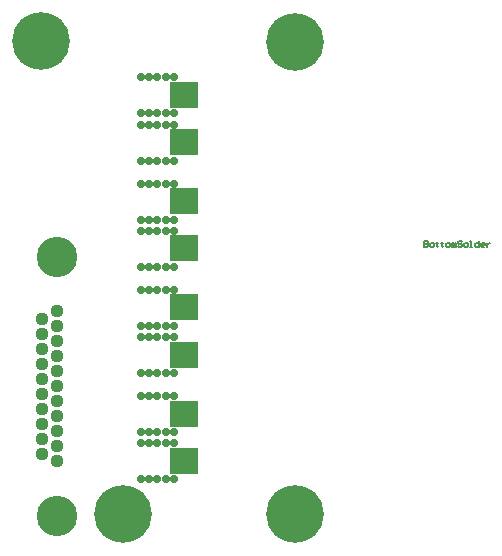
<source format=gbs>
G04 Layer_Color=16711935*
%FSLAX25Y25*%
%MOIN*%
G70*
G01*
G75*
%ADD12C,0.00500*%
%ADD61R,0.09758X0.08774*%
%ADD62C,0.19200*%
%ADD63C,0.04400*%
%ADD64C,0.13498*%
%ADD65C,0.02900*%
%ADD66C,0.05900*%
D12*
X634552Y234993D02*
Y232994D01*
X635552D01*
X635885Y233327D01*
Y233660D01*
X635552Y233993D01*
X634552D01*
X635552D01*
X635885Y234327D01*
Y234660D01*
X635552Y234993D01*
X634552D01*
X636885Y232994D02*
X637551D01*
X637884Y233327D01*
Y233993D01*
X637551Y234327D01*
X636885D01*
X636551Y233993D01*
Y233327D01*
X636885Y232994D01*
X638884Y234660D02*
Y234327D01*
X638551D01*
X639217D01*
X638884D01*
Y233327D01*
X639217Y232994D01*
X640550Y234660D02*
Y234327D01*
X640217D01*
X640883D01*
X640550D01*
Y233327D01*
X640883Y232994D01*
X642216D02*
X642883D01*
X643216Y233327D01*
Y233993D01*
X642883Y234327D01*
X642216D01*
X641883Y233993D01*
Y233327D01*
X642216Y232994D01*
X643882D02*
Y234327D01*
X644216D01*
X644549Y233993D01*
Y232994D01*
Y233993D01*
X644882Y234327D01*
X645215Y233993D01*
Y232994D01*
X647215Y234660D02*
X646881Y234993D01*
X646215D01*
X645882Y234660D01*
Y234327D01*
X646215Y233993D01*
X646881D01*
X647215Y233660D01*
Y233327D01*
X646881Y232994D01*
X646215D01*
X645882Y233327D01*
X648214Y232994D02*
X648881D01*
X649214Y233327D01*
Y233993D01*
X648881Y234327D01*
X648214D01*
X647881Y233993D01*
Y233327D01*
X648214Y232994D01*
X649880D02*
X650547D01*
X650214D01*
Y234993D01*
X649880D01*
X652879D02*
Y232994D01*
X651880D01*
X651547Y233327D01*
Y233993D01*
X651880Y234327D01*
X652879D01*
X654546Y232994D02*
X653879D01*
X653546Y233327D01*
Y233993D01*
X653879Y234327D01*
X654546D01*
X654879Y233993D01*
Y233660D01*
X653546D01*
X655545Y234327D02*
Y232994D01*
Y233660D01*
X655878Y233993D01*
X656212Y234327D01*
X656545D01*
D61*
X554526Y283800D02*
D03*
Y268052D02*
D03*
Y248367D02*
D03*
Y232619D02*
D03*
Y212934D02*
D03*
Y197186D02*
D03*
Y177501D02*
D03*
Y161753D02*
D03*
D62*
X591551Y144057D02*
D03*
Y301496D02*
D03*
X506830Y301565D02*
D03*
X534206Y144057D02*
D03*
D63*
X512299Y211553D02*
D03*
X507299Y164053D02*
D03*
Y169053D02*
D03*
Y174053D02*
D03*
Y179053D02*
D03*
Y184053D02*
D03*
Y189053D02*
D03*
Y194053D02*
D03*
Y199053D02*
D03*
Y204053D02*
D03*
Y209053D02*
D03*
X512299Y206553D02*
D03*
Y201553D02*
D03*
Y196553D02*
D03*
Y191553D02*
D03*
Y186553D02*
D03*
Y181553D02*
D03*
Y176553D02*
D03*
Y171553D02*
D03*
Y166553D02*
D03*
Y161553D02*
D03*
D64*
Y143303D02*
D03*
Y229803D02*
D03*
D65*
X542892Y277592D02*
D03*
X548473D02*
D03*
X545682D02*
D03*
Y261844D02*
D03*
X548473D02*
D03*
X542892D02*
D03*
X545682Y242160D02*
D03*
X548473D02*
D03*
X542892D02*
D03*
X545682Y226411D02*
D03*
X548473D02*
D03*
X542892D02*
D03*
X545682Y206726D02*
D03*
X548473D02*
D03*
X542892D02*
D03*
X545682Y190978D02*
D03*
X548473D02*
D03*
X542892D02*
D03*
X545682Y171293D02*
D03*
X548473D02*
D03*
X542892D02*
D03*
X545682Y155545D02*
D03*
X548473D02*
D03*
X542892D02*
D03*
X545682Y289556D02*
D03*
X548473D02*
D03*
X542892D02*
D03*
X540102Y277592D02*
D03*
X551263D02*
D03*
X540102Y261844D02*
D03*
Y242160D02*
D03*
X551263Y226411D02*
D03*
X540102D02*
D03*
Y206726D02*
D03*
Y171293D02*
D03*
Y155545D02*
D03*
X551263D02*
D03*
Y171293D02*
D03*
Y190978D02*
D03*
Y206726D02*
D03*
Y242160D02*
D03*
Y261844D02*
D03*
Y289556D02*
D03*
X540102D02*
D03*
Y273840D02*
D03*
X551263D02*
D03*
X542892D02*
D03*
X548473D02*
D03*
X545682D02*
D03*
X540102Y254123D02*
D03*
X551263D02*
D03*
X542892D02*
D03*
X548473D02*
D03*
X545682D02*
D03*
X540102Y238407D02*
D03*
X551263D02*
D03*
X542892D02*
D03*
X548473D02*
D03*
X545682D02*
D03*
X540102Y218690D02*
D03*
X551263D02*
D03*
X542892D02*
D03*
X548473D02*
D03*
X545682D02*
D03*
X540102Y202974D02*
D03*
X551263D02*
D03*
X542892D02*
D03*
X548473D02*
D03*
X545682D02*
D03*
X540102Y183257D02*
D03*
X551263D02*
D03*
X542892D02*
D03*
X548473D02*
D03*
X545682D02*
D03*
X540102Y167541D02*
D03*
X551263D02*
D03*
X542892D02*
D03*
X548473D02*
D03*
X545682D02*
D03*
X540102Y190978D02*
D03*
D66*
X555492Y268058D02*
D03*
Y283774D02*
D03*
Y248341D02*
D03*
Y232625D02*
D03*
Y212908D02*
D03*
Y197192D02*
D03*
Y177475D02*
D03*
Y161759D02*
D03*
M02*

</source>
